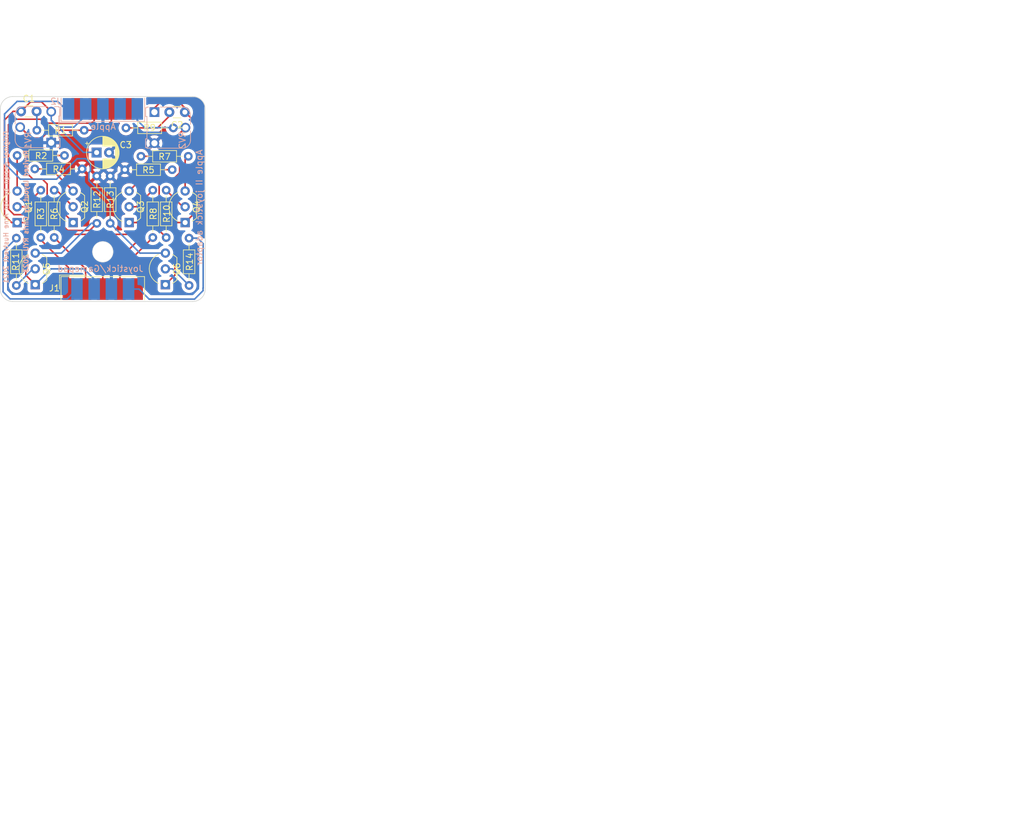
<source format=kicad_pcb>
(kicad_pcb (version 20221018) (generator pcbnew)
  (layers (0 "F.Cu" signal) (31 "B.Cu" signal) (34 "B.Paste" user) (35 "F.Paste" user) (36 "B.SilkS" user "B.Silkscreen") (37 "F.SilkS" user "F.Silkscreen") (38 "B.Mask" user) (39 "F.Mask" user) (44 "Edge.Cuts" user))
  (net 0 "")
  (net 1 "+5V")
  (net 2 "Net-(C1-Pad2)")
  (net 3 "Net-(C2-Pad2)")
  (net 4 "UP")
  (net 5 "DOWN")
  (net 6 "LEFT")
  (net 7 "RIGHT")
  (net 8 "PADDLE_B")
  (net 9 "TRIGGER")
  (net 10 "GND")
  (net 11 "PADDLE_A")
  (net 12 "BUT_1")
  (net 13 "GAME2")
  (net 14 "GAME0")
  (net 15 "BUT_2")
  (net 16 "BUT_0")
  (net 17 "GAME1")
  (net 18 "GAME3")
  (net 19 "Net-(Q1-C)")
  (net 20 "Net-(Q1-B)")
  (net 21 "Net-(Q2-C)")
  (net 22 "Net-(Q2-B)")
  (net 23 "Net-(Q3-C)")
  (net 24 "Net-(Q3-B)")
  (net 25 "Net-(Q4-C)")
  (net 26 "Net-(Q4-B)")
  (net 27 "Net-(Q5-B)")
  (net 28 "Net-(Q6-B)")
  (footprint "Capacitor_THT:C_Disc_D3.0mm_W1.6mm_P2.50mm" (layer "F.Cu") (at 88.557 47.873)
    (fp_text reference "C1" (at 1.25 -2.05) (layer "F.SilkS"))
    (fp_text value "C_Small")
    (pad "1" thru_hole circle (at 0 0) (size 1.6 1.6) (drill 0.8) (layers "*.Cu" "*.Mask") (net 1 "+5V"))
    (pad "2" thru_hole circle (at 2.5 0) (size 1.6 1.6) (drill 0.8) (layers "*.Cu" "*.Mask") (net 2 "Net-(C1-Pad2)"))
  )
  (footprint "Resistor_THT:R_Axial_DIN0204_L3.6mm_D1.6mm_P7.62mm_Horizontal" (layer "F.Cu") (at 100.749 58.287 -90)
    (fp_text reference "R12" (at 3.803 -0.04 -90) (layer "F.SilkS"))
    (fp_text value "560")
    (pad "1" thru_hole circle (at 0 0 270) (size 1.4 1.4) (drill 0.7) (layers "*.Cu" "*.Mask") (net 10 "GND"))
    (pad "2" thru_hole oval (at 7.62 0 270) (size 1.4 1.4) (drill 0.7) (layers "*.Cu" "*.Mask") (net 16 "BUT_0"))
  )
  (footprint "Resistor_THT:R_Axial_DIN0204_L3.6mm_D1.6mm_P7.62mm_Horizontal" (layer "F.Cu") (at 95.542 54.985 180)
    (fp_text reference "R2" (at 3.762 -0.056 180) (layer "F.SilkS"))
    (fp_text value "1k")
    (pad "1" thru_hole circle (at 0 0 180) (size 1.4 1.4) (drill 0.7) (layers "*.Cu" "*.Mask") (net 17 "GAME1"))
    (pad "2" thru_hole oval (at 7.62 0 180) (size 1.4 1.4) (drill 0.7) (layers "*.Cu" "*.Mask") (net 19 "Net-(Q1-C)"))
  )
  (footprint "Resistor_THT:R_Axial_DIN0204_L3.6mm_D1.6mm_P7.62mm_Horizontal" (layer "F.Cu") (at 91.097 50.921)
    (fp_text reference "R1" (at 3.821 0.029) (layer "F.SilkS"))
    (fp_text value "1k")
    (pad "1" thru_hole circle (at 0 0) (size 1.4 1.4) (drill 0.7) (layers "*.Cu" "*.Mask") (net 2 "Net-(C1-Pad2)"))
    (pad "2" thru_hole oval (at 7.62 0) (size 1.4 1.4) (drill 0.7) (layers "*.Cu" "*.Mask") (net 17 "GAME1"))
  )
  (footprint "Package_TO_SOT_THT:TO-92_Inline_Wide" (layer "F.Cu") (at 96.938 65.78 90)
    (fp_text reference "Q2" (at 2.54 1.85 90) (layer "F.SilkS"))
    (fp_text value "BC558")
    (pad "1" thru_hole rect (at 0 0 90) (size 1.5 1.5) (drill 0.8) (layers "*.Cu" "*.Mask") (net 17 "GAME1"))
    (pad "2" thru_hole circle (at 2.54 0 90) (size 1.5 1.5) (drill 0.8) (layers "*.Cu" "*.Mask") (net 22 "Net-(Q2-B)"))
    (pad "3" thru_hole circle (at 5.08 0 90) (size 1.5 1.5) (drill 0.8) (layers "*.Cu" "*.Mask") (net 21 "Net-(Q2-C)"))
  )
  (footprint "Capacitor_THT:CP_Radial_D5.0mm_P2.00mm" (layer "F.Cu") (at 100.72 54.512)
    (fp_text reference "C3" (at 4.688 -1.232) (layer "F.SilkS"))
    (fp_text value "1uF")
    (pad "1" thru_hole rect (at 0 0) (size 1.6 1.6) (drill 0.8) (layers "*.Cu" "*.Mask") (net 1 "+5V"))
    (pad "2" thru_hole circle (at 2 0) (size 1.6 1.6) (drill 0.8) (layers "*.Cu" "*.Mask") (net 10 "GND"))
  )
  (footprint "Resistor_THT:R_Axial_DIN0204_L3.6mm_D1.6mm_P7.62mm_Horizontal" (layer "F.Cu") (at 105.448 50.54)
    (fp_text reference "R9" (at 3.8 -0.03) (layer "F.SilkS"))
    (fp_text value "1k")
    (pad "1" thru_hole circle (at 0 0) (size 1.4 1.4) (drill 0.7) (layers "*.Cu" "*.Mask") (net 3 "Net-(C2-Pad2)"))
    (pad "2" thru_hole oval (at 7.62 0) (size 1.4 1.4) (drill 0.7) (layers "*.Cu" "*.Mask") (net 14 "GAME0"))
  )
  (footprint "Resistor_THT:R_Axial_DIN0204_L3.6mm_D1.6mm_P7.62mm_Horizontal" (layer "F.Cu") (at 105.267 57.271)
    (fp_text reference "R5" (at 3.797 0.058) (layer "F.SilkS"))
    (fp_text value "10k")
    (pad "1" thru_hole circle (at 0 0) (size 1.4 1.4) (drill 0.7) (layers "*.Cu" "*.Mask") (net 10 "GND"))
    (pad "2" thru_hole oval (at 7.62 0) (size 1.4 1.4) (drill 0.7) (layers "*.Cu" "*.Mask") (net 23 "Net-(Q3-C)"))
  )
  (footprint "Resistor_THT:R_Axial_DIN0204_L3.6mm_D1.6mm_P7.62mm_Horizontal" (layer "F.Cu") (at 111.925 60.573 -90)
    (fp_text reference "R10" (at 3.787 -0.093 -90) (layer "F.SilkS"))
    (fp_text value "1k")
    (pad "1" thru_hole circle (at 0 0 270) (size 1.4 1.4) (drill 0.7) (layers "*.Cu" "*.Mask") (net 26 "Net-(Q4-B)"))
    (pad "2" thru_hole oval (at 7.62 0 270) (size 1.4 1.4) (drill 0.7) (layers "*.Cu" "*.Mask") (net 6 "LEFT"))
  )
  (footprint "Resistor_THT:R_Axial_DIN0204_L3.6mm_D1.6mm_P7.62mm_Horizontal" (layer "F.Cu") (at 87.795 75.909 90)
    (fp_text reference "R11" (at 3.81 -0.097 90) (layer "F.SilkS"))
    (fp_text value "1k")
    (pad "1" thru_hole circle (at 0 0 90) (size 1.4 1.4) (drill 0.7) (layers "*.Cu" "*.Mask") (net 27 "Net-(Q5-B)"))
    (pad "2" thru_hole oval (at 7.62 0 90) (size 1.4 1.4) (drill 0.7) (layers "*.Cu" "*.Mask") (net 9 "TRIGGER"))
  )
  (footprint "Resistor_THT:R_Axial_DIN0204_L3.6mm_D1.6mm_P7.62mm_Horizontal" (layer "F.Cu") (at 107.861 55.112)
    (fp_text reference "R7" (at 3.797 0.058) (layer "F.SilkS"))
    (fp_text value "1k")
    (pad "1" thru_hole circle (at 0 0) (size 1.4 1.4) (drill 0.7) (layers "*.Cu" "*.Mask") (net 14 "GAME0"))
    (pad "2" thru_hole oval (at 7.62 0) (size 1.4 1.4) (drill 0.7) (layers "*.Cu" "*.Mask") (net 25 "Net-(Q4-C)"))
  )
  (footprint "Resistor_THT:R_Axial_DIN0204_L3.6mm_D1.6mm_P7.62mm_Horizontal" (layer "F.Cu") (at 93.891 60.573 -90)
    (fp_text reference "R6" (at 3.807 -0.007 -90) (layer "F.SilkS"))
    (fp_text value "1k")
    (pad "1" thru_hole circle (at 0 0 270) (size 1.4 1.4) (drill 0.7) (layers "*.Cu" "*.Mask") (net 22 "Net-(Q2-B)"))
    (pad "2" thru_hole oval (at 7.62 0 270) (size 1.4 1.4) (drill 0.7) (layers "*.Cu" "*.Mask") (net 5 "DOWN"))
  )
  (footprint "Package_TO_SOT_THT:TO-92_Inline_Wide" (layer "F.Cu") (at 111.798 75.78 90)
    (fp_text reference "Q6" (at 2.54 1.85 90) (layer "F.SilkS"))
    (fp_text value "BC558")
    (pad "1" thru_hole rect (at 0 0 90) (size 1.5 1.5) (drill 0.8) (layers "*.Cu" "*.Mask") (net 1 "+5V"))
    (pad "2" thru_hole circle (at 2.54 0 90) (size 1.5 1.5) (drill 0.8) (layers "*.Cu" "*.Mask") (net 28 "Net-(Q6-B)"))
    (pad "3" thru_hole circle (at 5.08 0 90) (size 1.5 1.5) (drill 0.8) (layers "*.Cu" "*.Mask") (net 12 "BUT_1"))
  )
  (footprint "Resistor_THT:R_Axial_DIN0204_L3.6mm_D1.6mm_P7.62mm_Horizontal" (layer "F.Cu") (at 102.908 58.287 -90)
    (fp_text reference "R13" (at 3.803 -0.04 -90) (layer "F.SilkS"))
    (fp_text value "560")
    (pad "1" thru_hole circle (at 0 0 270) (size 1.4 1.4) (drill 0.7) (layers "*.Cu" "*.Mask") (net 10 "GND"))
    (pad "2" thru_hole oval (at 7.62 0 270) (size 1.4 1.4) (drill 0.7) (layers "*.Cu" "*.Mask") (net 12 "BUT_1"))
  )
  (footprint "Capacitor_THT:C_Disc_D3.0mm_W1.6mm_P2.50mm" (layer "F.Cu") (at 114.933 48 180)
    (fp_text reference "C2" (at 1.25 -2.05 180) (layer "F.SilkS"))
    (fp_text value "C_Small")
    (pad "1" thru_hole circle (at 0 0 180) (size 1.6 1.6) (drill 0.8) (layers "*.Cu" "*.Mask") (net 1 "+5V"))
    (pad "2" thru_hole circle (at 2.5 0 180) (size 1.6 1.6) (drill 0.8) (layers "*.Cu" "*.Mask") (net 3 "Net-(C2-Pad2)"))
  )
  (footprint "Resistor_THT:R_Axial_DIN0204_L3.6mm_D1.6mm_P7.62mm_Horizontal" (layer "F.Cu") (at 109.766 60.573 -90)
    (fp_text reference "R8" (at 3.817 -0.102 -90) (layer "F.SilkS"))
    (fp_text value "1k")
    (pad "1" thru_hole circle (at 0 0 270) (size 1.4 1.4) (drill 0.7) (layers "*.Cu" "*.Mask") (net 24 "Net-(Q3-B)"))
    (pad "2" thru_hole oval (at 7.62 0 270) (size 1.4 1.4) (drill 0.7) (layers "*.Cu" "*.Mask") (net 7 "RIGHT"))
  )
  (footprint "Resistor_THT:R_Axial_DIN0204_L3.6mm_D1.6mm_P7.62mm_Horizontal" (layer "F.Cu") (at 91.732 60.573 -90)
    (fp_text reference "R3" (at 3.807 -0.007 -90) (layer "F.SilkS"))
    (fp_text value "1k")
    (pad "1" thru_hole circle (at 0 0 270) (size 1.4 1.4) (drill 0.7) (layers "*.Cu" "*.Mask") (net 20 "Net-(Q1-B)"))
    (pad "2" thru_hole oval (at 7.62 0 270) (size 1.4 1.4) (drill 0.7) (layers "*.Cu" "*.Mask") (net 4 "UP"))
  )
  (footprint "Resistor_THT:R_Axial_DIN0204_L3.6mm_D1.6mm_P7.62mm_Horizontal" (layer "F.Cu") (at 115.608 75.909 90)
    (fp_text reference "R14" (at 3.799 0.09 90) (layer "F.SilkS"))
    (fp_text value "1k")
    (pad "1" thru_hole circle (at 0 0 90) (size 1.4 1.4) (drill 0.7) (layers "*.Cu" "*.Mask") (net 28 "Net-(Q6-B)"))
    (pad "2" thru_hole oval (at 7.62 0 90) (size 1.4 1.4) (drill 0.7) (layers "*.Cu" "*.Mask") (net 11 "PADDLE_A"))
  )
  (footprint "Package_TO_SOT_THT:TO-92_Inline_Wide" (layer "F.Cu") (at 114.973 65.78 90)
    (fp_text reference "Q4" (at 2.54 1.85 90) (layer "F.SilkS"))
    (fp_text value "BC558")
    (pad "1" thru_hole rect (at 0 0 90) (size 1.5 1.5) (drill 0.8) (layers "*.Cu" "*.Mask") (net 1 "+5V"))
    (pad "2" thru_hole circle (at 2.54 0 90) (size 1.5 1.5) (drill 0.8) (layers "*.Cu" "*.Mask") (net 26 "Net-(Q4-B)"))
    (pad "3" thru_hole circle (at 5.08 0 90) (size 1.5 1.5) (drill 0.8) (layers "*.Cu" "*.Mask") (net 25 "Net-(Q4-C)"))
  )
  (footprint "Package_TO_SOT_THT:TO-92_Inline_Wide" (layer "F.Cu") (at 87.918 65.79 90)
    (fp_text reference "Q1" (at 2.54 1.85 90) (layer "F.SilkS"))
    (fp_text value "BC558")
    (pad "1" thru_hole rect (at 0 0 90) (size 1.5 1.5) (drill 0.8) (layers "*.Cu" "*.Mask") (net 1 "+5V"))
    (pad "2" thru_hole circle (at 2.54 0 90) (size 1.5 1.5) (drill 0.8) (layers "*.Cu" "*.Mask") (net 20 "Net-(Q1-B)"))
    (pad "3" thru_hole circle (at 5.08 0 90) (size 1.5 1.5) (drill 0.8) (layers "*.Cu" "*.Mask") (net 19 "Net-(Q1-C)"))
  )
  (footprint "Connector_Dsub:DSUB-9_Male_EdgeMount_P2.77mm" (layer "F.Cu") (at 101.712 76.492)
    (fp_text reference "J1" (at -7.784 -0.142) (layer "F.SilkS"))
    (fp_text value "Atari")
    (pad "1" smd rect (at -5.54 0) (size 1.846667 3.48) (layers "F.Cu" "F.Paste" "F.Mask") (net 4 "UP"))
    (pad "2" smd rect (at -2.77 0) (size 1.846667 3.48) (layers "F.Cu" "F.Paste" "F.Mask") (net 5 "DOWN"))
    (pad "3" smd rect (at 0 0) (size 1.846667 3.48) (layers "F.Cu" "F.Paste" "F.Mask") (net 6 "LEFT"))
    (pad "4" smd rect (at 2.77 0) (size 1.846667 3.48) (layers "F.Cu" "F.Paste" "F.Mask") (net 7 "RIGHT"))
    (pad "5" smd rect (at 5.54 0) (size 1.846667 3.48) (layers "F.Cu" "F.Paste" "F.Mask") (net 8 "PADDLE_B"))
    (pad "6" smd rect (at -4.155 0) (size 1.846667 3.48) (layers "B.Cu" "B.Paste" "B.Mask") (net 9 "TRIGGER"))
    (pad "7" smd rect (at -1.385 0) (size 1.846667 3.48) (layers "B.Cu" "B.Paste" "B.Mask") (net 1 "+5V"))
    (pad "8" smd rect (at 1.385 0) (size 1.846667 3.48) (layers "B.Cu" "B.Paste" "B.Mask") (net 10 "GND"))
    (pad "9" smd rect (at 4.155 0) (size 1.846667 3.48) (layers "B.Cu" "B.Paste" "B.Mask") (net 11 "PADDLE_A"))
  )
  (footprint "Package_TO_SOT_THT:TO-92_Inline_Wide" (layer "F.Cu") (at 90.838 75.78 90)
    (fp_text reference "Q5" (at 2.54 1.85 90) (layer "F.SilkS"))
    (fp_text value "BC558")
    (pad "1" thru_hole rect (at 0 0 90) (size 1.5 1.5) (drill 0.8) (layers "*.Cu" "*.Mask") (net 1 "+5V"))
    (pad "2" thru_hole circle (at 2.54 0 90) (size 1.5 1.5) (drill 0.8) (layers "*.Cu" "*.Mask") (net 27 "Net-(Q5-B)"))
    (pad "3" thru_hole circle (at 5.08 0 90) (size 1.5 1.5) (drill 0.8) (layers "*.Cu" "*.Mask") (net 16 "BUT_0"))
  )
  (footprint "Package_TO_SOT_THT:TO-92_Inline_Wide" (layer "F.Cu") (at 105.958 65.78 90)
    (fp_text reference "Q3" (at 2.54 1.85 90) (layer "F.SilkS"))
    (fp_text value "BC558")
    (pad "1" thru_hole rect (at 0 0 90) (size 1.5 1.5) (drill 0.8) (layers "*.Cu" "*.Mask") (net 14 "GAME0"))
    (pad "2" thru_hole circle (at 2.54 0 90) (size 1.5 1.5) (drill 0.8) (layers "*.Cu" "*.Mask") (net 24 "Net-(Q3-B)"))
    (pad "3" thru_hole circle (at 5.08 0 90) (size 1.5 1.5) (drill 0.8) (layers "*.Cu" "*.Mask") (net 23 "Net-(Q3-C)"))
  )
  (footprint "Resistor_THT:R_Axial_DIN0204_L3.6mm_D1.6mm_P7.62mm_Horizontal" (layer "F.Cu") (at 98.39 57.144 180)
    (fp_text reference "R4" (at 3.762 -0.056 180) (layer "F.SilkS"))
    (fp_text value "10k")
    (pad "1" thru_hole circle (at 0 0 180) (size 1.4 1.4) (drill 0.7) (layers "*.Cu" "*.Mask") (net 10 "GND"))
    (pad "2" thru_hole oval (at 7.62 0 180) (size 1.4 1.4) (drill 0.7) (layers "*.Cu" "*.Mask") (net 21 "Net-(Q2-C)"))
  )
  (footprint "Potentiometer_THT:Potentiometer_Runtron_RM-065_Vertical" (layer "B.Cu") (at 110.03 48 -90)
    (fp_text reference "RV2" (at 4.5 -4.5 90) (layer "B.SilkS") (effects (justify mirror)))
    (fp_text value "100k")
    (pad "1" thru_hole rect (at 0 0 270) (size 1.56 1.56) (drill 1) (layers "*.Cu" "*.Mask") (net 1 "+5V"))
    (pad "2" thru_hole circle (at 2.5 -5 270) (size 1.56 1.56) (drill 1) (layers "*.Cu" "*.Mask") (net 14 "GAME0"))
    (pad "3" thru_hole circle (at 5 0 270) (size 1.56 1.56) (drill 1) (layers "*.Cu" "*.Mask") (net 10 "GND"))
  )
  (footprint "Potentiometer_THT:Potentiometer_Runtron_RM-065_Vertical" (layer "B.Cu") (at 93.41 52.921 90)
    (fp_text reference "RV1" (at 0.351 -3.722 270) (layer "B.SilkS") (effects (justify mirror)))
    (fp_text value "100k")
    (pad "1" thru_hole rect (at 0 0 90) (size 1.56 1.56) (drill 1) (layers "*.Cu" "*.Mask") (net 10 "GND"))
    (pad "2" thru_hole circle (at 2.5 -5 90) (size 1.56 1.56) (drill 1) (layers "*.Cu" "*.Mask") (net 17 "GAME1"))
    (pad "3" thru_hole circle (at 5 0 90) (size 1.56 1.56) (drill 1) (layers "*.Cu" "*.Mask") (net 1 "+5V"))
  )
  (footprint "Connector_Dsub:DSUB-9_Male_EdgeMount_P2.77mm" (layer "B.Cu") (at 101.735 47.482)
    (fp_text reference "J2" (at -7.597 -1.202) (layer "B.SilkS") (effects (justify mirror)))
    (fp_text value "Apple")
    (pad "1" smd rect (at -5.54 0) (size 1.846667 3.48) (layers "B.Cu" "B.Paste" "B.Mask") (net 12 "BUT_1"))
    (pad "2" smd rect (at -2.77 0) (size 1.846667 3.48) (layers "B.Cu" "B.Paste" "B.Mask") (net 1 "+5V"))
    (pad "3" smd rect (at 0 0) (size 1.846667 3.48) (layers "B.Cu" "B.Paste" "B.Mask") (net 10 "GND"))
    (pad "4" smd rect (at 2.77 0) (size 1.846667 3.48) (layers "B.Cu" "B.Paste" "B.Mask") (net 13 "GAME2"))
    (pad "5" smd rect (at 5.54 0) (size 1.846667 3.48) (layers "B.Cu" "B.Paste" "B.Mask") (net 14 "GAME0"))
    (pad "6" smd rect (at -4.155 0) (size 1.846667 3.48) (layers "F.Cu" "F.Paste" "F.Mask") (net 15 "BUT_2"))
    (pad "7" smd rect (at -1.385 0) (size 1.846667 3.48) (layers "F.Cu" "F.Paste" "F.Mask") (net 16 "BUT_0"))
    (pad "8" smd rect (at 1.385 0) (size 1.846667 3.48) (layers "F.Cu" "F.Paste" "F.Mask") (net 17 "GAME1"))
    (pad "9" smd rect (at 4.155 0) (size 1.846667 3.48) (layers "F.Cu" "F.Paste" "F.Mask") (net 18 "GAME3"))
  )
  (gr_line (start 85.212 47.492) (end 85.212 76.492) (stroke (width 0.1)) (layer "Edge.Cuts"))
  (gr_arc (start 116.212 45.492) (mid 117.626214 46.077786) (end 118.212 47.492) (stroke (width 0.1)) (layer "Edge.Cuts"))
  (gr_arc (start 87.212 78.492) (mid 85.797786 77.906214) (end 85.212 76.492) (stroke (width 0.1)) (layer "Edge.Cuts"))
  (gr_arc (start 118.212 76.492) (mid 117.626214 77.906214) (end 116.212 78.492) (stroke (width 0.1)) (layer "Edge.Cuts"))
  (gr_circle (center 101.712 70.492) (end 103.363 70.492) (stroke (width 0.05)) (fill none) (layer "Edge.Cuts"))
  (gr_line (start 87.212 78.492) (end 116.212 78.492) (stroke (width 0.1)) (layer "Edge.Cuts"))
  (gr_line (start 118.212 76.492) (end 118.212 47.492) (stroke (width 0.1)) (layer "Edge.Cuts"))
  (gr_line (start 116.212 45.492) (end 87.212 45.492) (stroke (width 0.1)) (layer "Edge.Cuts"))
  (gr_arc (start 85.212 47.492) (mid 85.797786 46.077786) (end 87.212 45.492) (stroke (width 0.1)) (layer "Edge.Cuts"))
  (gr_text "Original design by Tor Arne Hustvedt 2021" (at 86.128 63.33 90) (layer "B.SilkS") (effects (font (size 0.75 0.75)) (justify mirror)))
  (gr_text "Joystick/Gamepad" (at 108.338 73.79) (layer "B.SilkS") (effects (font (size 1 1)) (justify left bottom mirror)))
  (gr_text "Revised layout by Chris RYU 2023" (at 89.788 54.02 90) (layer "B.SilkS") (effects (font (size 0.75 0.75) (thickness 0.1875) bold) (justify left bottom mirror)))
  (gr_text "Apple" (at 103.908 50.92) (layer "B.SilkS") (effects (font (size 1 1)) (justify left bottom mirror)))
  (gr_text "Apple II joystick adaptor" (at 117.259 63.367 90) (layer "B.SilkS") (effects (font (size 1 1)) (justify mirror)))
  (segment (start 106.845 67.685) (end 95.415 67.685) (width 0.25) (layer "F.Cu") (net 1))
  (segment (start 93.51 65.78) (end 89.192 65.78) (width 0.25) (layer "F.Cu") (net 1))
  (segment (start 116.88 63.873) (end 114.973 65.78) (width 0.25) (layer "F.Cu") (net 1))
  (segment (start 90.081 46.349) (end 91.848 46.349) (width 0.25) (layer "F.Cu") (net 1))
  (segment (start 113.322 65.78) (end 108.75 65.78) (width 0.25) (layer "F.Cu") (net 1))
  (segment (start 89.319 65.907) (end 89.192 65.78) (width 0.25) (layer "F.Cu") (net 1))
  (segment (start 90.843 75.782) (end 89.319 74.258) (width 0.25) (layer "F.Cu") (net 1))
  (segment (start 91.848 46.349) (end 93.42 47.921) (width 0.25) (layer "F.Cu") (net 1))
  (segment (start 114.933 47.325) (end 113.957 46.349) (width 0.25) (layer "F.Cu") (net 1))
  (segment (start 114.973 65.78) (end 113.322 65.78) (width 0.25) (layer "F.Cu") (net 1))
  (segment (start 89.319 74.258) (end 89.319 65.907) (width 0.25) (layer "F.Cu") (net 1))
  (segment (start 114.933 48) (end 114.933 47.325) (width 0.25) (layer "F.Cu") (net 1))
  (segment (start 87.922 65.78) (end 87.033 65.78) (width 0.25) (layer "F.Cu") (net 1))
  (segment (start 85.89 64.637) (end 85.89 49.27) (width 0.25) (layer "F.Cu") (net 1))
  (segment (start 116.88 49.907) (end 116.88 63.873) (width 0.25) (layer "F.Cu") (net 1))
  (segment (start 113.957 46.349) (end 111.036 46.349) (width 0.25) (layer "F.Cu") (net 1))
  (segment (start 88.557 47.873) (end 90.081 46.349) (width 0.25) (layer "F.Cu") (net 1))
  (segment (start 108.75 65.78) (end 106.845 67.685) (width 0.25) (layer "F.Cu") (net 1))
  (segment (start 114.933 48) (end 115.481 48.548) (width 0.25) (layer "F.Cu") (net 1))
  (segment (start 115.481 48.548) (end 115.521 48.548) (width 0.25) (layer "F.Cu") (net 1))
  (segment (start 111.036 46.349) (end 110.02 47.365) (width 0.25) (layer "F.Cu") (net 1))
  (segment (start 95.415 67.685) (end 93.51 65.78) (width 0.25) (layer "F.Cu") (net 1))
  (segment (start 89.192 65.78) (end 87.922 65.78) (width 0.25) (layer "F.Cu") (net 1))
  (segment (start 113.322 74.258) (end 113.322 65.78) (width 0.25) (layer "F.Cu") (net 1))
  (segment (start 87.033 65.78) (end 85.89 64.637) (width 0.25) (layer "F.Cu") (net 1))
  (segment (start 87.287 47.873) (end 88.557 47.873) (width 0.25) (layer "F.Cu") (net 1))
  (segment (start 85.89 49.27) (end 87.287 47.873) (width 0.25) (layer "F.Cu") (net 1))
  (segment (start 111.798 75.782) (end 113.322 74.258) (width 0.25) (layer "F.Cu") (net 1))
  (segment (start 115.521 48.548) (end 116.88 49.907) (width 0.25) (layer "F.Cu") (net 1))
  (segment (start 98.686 73.242) (end 93.383 73.242) (width 0.25) (layer "B.Cu") (net 1))
  (segment (start 93.42 49.307) (end 93.42 47.921) (width 0.25) (layer "B.Cu") (net 1))
  (segment (start 100.327 74.883) (end 98.686 73.242) (width 0.25) (layer "B.Cu") (net 1))
  (segment (start 98.942 48.537) (end 97.066 50.413) (width 0.25) (layer "B.Cu") (net 1))
  (segment (start 97.066 50.413) (end 94.526 50.413) (width 0.25) (layer "B.Cu") (net 1))
  (segment (start 94.526 50.413) (end 93.42 49.307) (width 0.25) (layer "B.Cu") (net 1))
  (segment (start 93.383 73.242) (end 90.843 75.782) (width 0.25) (layer "B.Cu") (net 1))
  (segment (start 100.697 54.477) (end 98.59 54.477) (width 0.25) (layer "B.Cu") (net 1))
  (segment (start 98.59 54.477) (end 93.42 49.307) (width 0.25) (layer "B.Cu") (net 1))
  (segment (start 91.097 50.921) (end 91.097 47.913) (width 0.25) (layer "B.Cu") (net 2))
  (segment (start 110.528 50.54) (end 105.448 50.54) (width 0.25) (layer "F.Cu") (net 3))
  (segment (start 112.433 48.635) (end 110.528 50.54) (width 0.25) (layer "F.Cu") (net 3))
  (segment (start 96.172 75.492) (end 96.172 73.014) (width 0.25) (layer "F.Cu") (net 4))
  (segment (start 96.172 73.014) (end 91.732 68.574) (width 0.25) (layer "F.Cu") (net 4))
  (segment (start 98.942 75.492) (end 98.942 73.244) (width 0.25) (layer "F.Cu") (net 5))
  (segment (start 93.891 68.193) (end 98.942 73.244) (width 0.25) (layer "F.Cu") (net 5))
  (segment (start 111.925 68.193) (end 110.528 66.796) (width 0.25) (layer "F.Cu") (net 6))
  (segment (start 110.528 66.796) (end 109.258 66.796) (width 0.25) (layer "F.Cu") (net 6))
  (segment (start 101.712 74.342) (end 101.712 75.492) (width 0.25) (layer "F.Cu") (net 6))
  (segment (start 109.258 66.796) (end 101.712 74.342) (width 0.25) (layer "F.Cu") (net 6))
  (segment (start 104.482 73.477) (end 109.766 68.193) (width 0.25) (layer "F.Cu") (net 7))
  (segment (start 104.482 75.492) (end 104.482 73.477) (width 0.25) (layer "F.Cu") (net 7))
  (segment (start 87.795 68.289) (end 85.658 70.426) (width 0.25) (layer "B.Cu") (net 9))
  (segment (start 85.658 70.426) (end 85.658 76.94) (width 0.25) (layer "B.Cu") (net 9))
  (segment (start 86.798 78.08) (end 95.969 78.08) (width 0.25) (layer "B.Cu") (net 9))
  (segment (start 85.658 76.94) (end 86.798 78.08) (width 0.25) (layer "B.Cu") (net 9))
  (segment (start 95.969 78.08) (end 97.557 76.492) (width 0.25) (layer "B.Cu") (net 9))
  (segment (start 117.858 76.33) (end 117.858 76.75) (width 0.25) (layer "B.Cu") (net 11))
  (segment (start 116.498 78.11) (end 109.168 78.11) (width 0.25) (layer "B.Cu") (net 11))
  (segment (start 109.168 78.11) (end 107.55 76.492) (width 0.25) (layer "B.Cu") (net 11))
  (segment (start 117.878 69.18) (end 117.878 76.31) (width 0.25) (layer "B.Cu") (net 11))
  (segment (start 115.608 68.289) (end 116.987 68.289) (width 0.25) (layer "B.Cu") (net 11))
  (segment (start 107.55 76.492) (end 105.867 76.492) (width 0.25) (layer "B.Cu") (net 11))
  (segment (start 117.878 76.31) (end 117.858 76.33) (width 0.25) (layer "B.Cu") (net 11))
  (segment (start 117.858 76.75) (end 116.498 78.11) (width 0.25) (layer "B.Cu") (net 11))
  (segment (start 116.987 68.289) (end 117.878 69.18) (width 0.25) (layer "B.Cu") (net 11))
  (segment (start 95.672 47.492) (end 94.45 46.27) (width 0.25) (layer "B.Cu") (net 12))
  (segment (start 99.733 57.4615) (end 99.479 57.7155) (width 0.25) (layer "B.Cu") (net 12))
  (segment (start 87.922 46.27) (end 85.89 48.302) (width 0.25) (layer "B.Cu") (net 12))
  (segment (start 97.574 55.493) (end 98.971 55.493) (width 0.25) (layer "B.Cu") (net 12))
  (segment (start 88.43 58.795) (end 94.272 58.795) (width 0.25) (layer "B.Cu") (net 12))
  (segment (start 85.89 56.255) (end 88.43 58.795) (width 0.25) (layer "B.Cu") (net 12))
  (segment (start 102.908 65.907) (end 107.703 70.702) (width 0.25) (layer "B.Cu") (net 12))
  (segment (start 85.89 48.302) (end 85.89 56.255) (width 0.25) (layer "B.Cu") (net 12))
  (segment (start 99.479 57.7155) (end 99.479 59.049) (width 0.25) (layer "B.Cu") (net 12))
  (segment (start 102.908 62.478) (end 102.908 65.907) (width 0.25) (layer "B.Cu") (net 12))
  (segment (start 99.479 59.049) (end 102.908 62.478) (width 0.25) (layer "B.Cu") (net 12))
  (segment (start 98.971 55.493) (end 99.733 56.255) (width 0.25) (layer "B.Cu") (net 12))
  (segment (start 94.272 58.795) (end 97.574 55.493) (width 0.25) (layer "B.Cu") (net 12))
  (segment (start 94.45 46.27) (end 87.922 46.27) (width 0.25) (layer "B.Cu") (net 12))
  (segment (start 99.733 56.255) (end 99.733 57.4615) (width 0.25) (layer "B.Cu") (net 12))
  (segment (start 107.703 70.702) (end 111.798 70.702) (width 0.25) (layer "B.Cu") (net 12))
  (segment (start 112.941 58.922) (end 111.544 58.922) (width 0.25) (layer "F.Cu") (net 14))
  (segment (start 110.409 55.112) (end 114.4055 51.1155) (width 0.25) (layer "F.Cu") (net 14))
  (segment (start 115.02 50.501) (end 114.4055 51.1155) (width 0.25) (layer "F.Cu") (net 14))
  (segment (start 114.084 51.437) (end 114.084 57.779) (width 0.25) (layer "F.Cu") (net 14))
  (segment (start 114.084 57.779) (end 112.941 58.922) (width 0.25) (layer "F.Cu") (net 14))
  (segment (start 110.791 62.215) (end 107.226 65.78) (width 0.25) (layer "F.Cu") (net 14))
  (segment (start 114.4055 51.1155) (end 114.084 51.437) (width 0.25) (layer "F.Cu") (net 14))
  (segment (start 107.226 65.78) (end 105.956 65.78) (width 0.25) (layer "F.Cu") (net 14))
  (segment (start 110.791 59.675) (end 110.791 62.215) (width 0.25) (layer "F.Cu") (net 14))
  (segment (start 107.861 55.112) (end 110.409 55.112) (width 0.25) (layer "F.Cu") (net 14))
  (segment (start 111.544 58.922) (end 110.791 59.675) (width 0.25) (layer "F.Cu") (net 14))
  (segment (start 108.457 50.501) (end 115.02 50.501) (width 0.25) (layer "B.Cu") (net 14))
  (segment (start 107.252 49.296) (end 108.457 50.501) (width 0.25) (layer "B.Cu") (net 14))
  (segment (start 107.252 47.492) (end 107.252 49.296) (width 0.25) (layer "B.Cu") (net 14))
  (segment (start 93.51 64.51) (end 87.414 64.51) (width 0.25) (layer "F.Cu") (net 16))
  (segment (start 86.525 63.621) (end 86.525 50.032) (width 0.25) (layer "F.Cu") (net 16))
  (segment (start 86.525 50.032) (end 87.414 49.143) (width 0.25) (layer "F.Cu") (net 16))
  (segment (start 92.319 49.778) (end 99.908 49.778) (width 0.25) (layer "F.Cu") (net 16))
  (segment (start 100.749 65.907) (end 99.606 67.05) (width 0.25) (layer "F.Cu") (net 16))
  (segment (start 91.684 49.143) (end 92.319 49.778) (width 0.25) (layer "F.Cu") (net 16))
  (segment (start 99.908 49.778) (end 100.327 49.359) (width 0.25) (layer "F.Cu") (net 16))
  (segment (start 87.414 49.143) (end 91.684 49.143) (width 0.25) (layer "F.Cu") (net 16))
  (segment (start 96.05 67.05) (end 93.51 64.51) (width 0.25) (layer "F.Cu") (net 16))
  (segment (start 99.606 67.05) (end 96.05 67.05) (width 0.25) (layer "F.Cu") (net 16))
  (segment (start 100.327 49.359) (end 100.327 47.492) (width 0.25) (layer "F.Cu") (net 16))
  (segment (start 87.414 64.51) (end 86.525 63.621) (width 0.25) (layer "F.Cu") (net 16))
  (segment (start 99.86 65.907) (end 95.065 70.702) (width 0.25) (layer "B.Cu") (net 16))
  (segment (start 100.749 65.907) (end 99.86 65.907) (width 0.25) (layer "B.Cu") (net 16))
  (segment (start 95.065 70.702) (end 90.843 70.702) (width 0.25) (layer "B.Cu") (net 16))
  (segment (start 89.3735 57.7065) (end 89.3735 51.3745) (width 0.25) (layer "F.Cu") (net 17))
  (segment (start 92.757 61.165) (end 92.757 59.566) (width 0.25) (layer "F.Cu") (net 17))
  (segment (start 93.129 50.921) (end 91.859 52.191) (width 0.25) (layer "F.Cu") (net 17))
  (segment (start 89.3735 51.3745) (end 88.42 50.421) (width 0.25) (layer "F.Cu") (net 17))
  (segment (start 101.638 50.921) (end 93.129 50.921) (width 0.25) (layer "F.Cu") (net 17))
  (segment (start 95.542 54.985) (end 92.984 54.985) (width 0.25) (layer "F.Cu") (net 17))
  (segment (start 91.859 52.191) (end 90.19 52.191) (width 0.25) (layer "F.Cu") (net 17))
  (segment (start 92.75 61.172) (end 92.757 61.165) (width 0.25) (layer "F.Cu") (net 17))
  (segment (start 92.984 54.985) (end 89.3735 51.3745) (width 0.25) (layer "F.Cu") (net 17))
  (segment (start 90.462 58.795) (end 89.3735 57.7065) (width 0.25) (layer "F.Cu") (net 17))
  (segment (start 103.097 47.492) (end 103.097 49.462) (width 0.25) (layer "F.Cu") (net 17))
  (segment (start 90.19 52.191) (end 88.841 50.842) (width 0.25) (layer "F.Cu") (net 17))
  (segment (start 92.757 59.566) (end 91.986 58.795) (width 0.25) (layer "F.Cu") (net 17))
  (segment (start 96.939 65.78) (end 92.75 61.591) (width 0.25) (layer "F.Cu") (net 17))
  (segment (start 103.097 49.462) (end 101.638 50.921) (width 0.25) (layer "F.Cu") (net 17))
  (segment (start 91.986 58.795) (end 90.462 58.795) (width 0.25) (layer "F.Cu") (net 17))
  (segment (start 92.75 61.591) (end 92.75 61.172) (width 0.25) (layer "F.Cu") (net 17))
  (segment (start 87.922 54.985) (end 87.922 60.7) (width 0.25) (layer "F.Cu") (net 19))
  (segment (start 89.065 63.24) (end 91.732 60.573) (width 0.25) (layer "F.Cu") (net 20))
  (segment (start 87.922 63.24) (end 89.065 63.24) (width 0.25) (layer "F.Cu") (net 20))
  (segment (start 93.383 57.144) (end 90.77 57.144) (width 0.25) (layer "F.Cu") (net 21))
  (segment (start 96.939 60.7) (end 93.383 57.144) (width 0.25) (layer "F.Cu") (net 21))
  (segment (start 94.272 60.573) (end 96.939 63.24) (width 0.25) (layer "F.Cu") (net 22))
  (segment (start 105.956 60.7) (end 109.385 57.271) (width 0.25) (layer "F.Cu") (net 23))
  (segment (start 109.385 57.271) (end 112.887 57.271) (width 0.25) (layer "F.Cu") (net 23))
  (segment (start 107.099 63.24) (end 109.766 60.573) (width 0.25) (layer "F.Cu") (net 24))
  (segment (start 105.956 63.24) (end 107.099 63.24) (width 0.25) (layer "F.Cu") (net 24))
  (segment (start 114.973 55.62) (end 115.481 55.112) (width 0.25) (layer "F.Cu") (net 25))
  (segment (start 114.973 60.7) (end 114.973 55.62) (width 0.25) (layer "F.Cu") (net 25))
  (segment (start 114.592 63.24) (end 111.925 60.573) (width 0.25) (layer "F.Cu") (net 26))
  (segment (start 87.795 75.909) (end 90.462 73.242) (width 0.25) (layer "B.Cu") (net 27))
  (segment (start 112.941 73.242) (end 111.798 73.242) (width 0.25) (layer "B.Cu") (net 28))
  (segment (start 115.608 75.909) (end 112.941 73.242) (width 0.25) (layer "B.Cu") (net 28))
  (zone (net 10) (net_name "GND") (layers "F&B.Cu") (connect_pads (clearance 0.508)) (min_thickness 0.254) (fill yes (thermal_gap 0.508) (thermal_bridge_width 0.508))
    (polygon (pts (xy 118.148 78.48) (xy 85.255 78.48) (xy 85.1915 45.587) (xy 118.0845 45.587)))
  )
)
</source>
